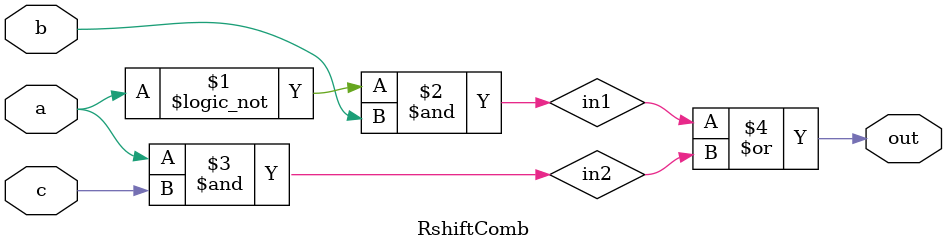
<source format=v>
/*
CO224: Computer Architecture 
Lab 05: Part-5				 
The Sub Module RshiftComb			 
Group - 12					 
*/

// RshiftComb module definition
module RshiftComb(out, a, b, c);

    // Begin port declaration
    input a, b, c;      // Declare inputs

    output out;         // Declare output
    // End of port declaration

    // Wires for intermediate outputs
    wire in1, in2;

    // Getting result using gate level modeling
    and (in1, !a, b);
    and (in2, a, c);
    or (out, in1, in2);

endmodule

</source>
